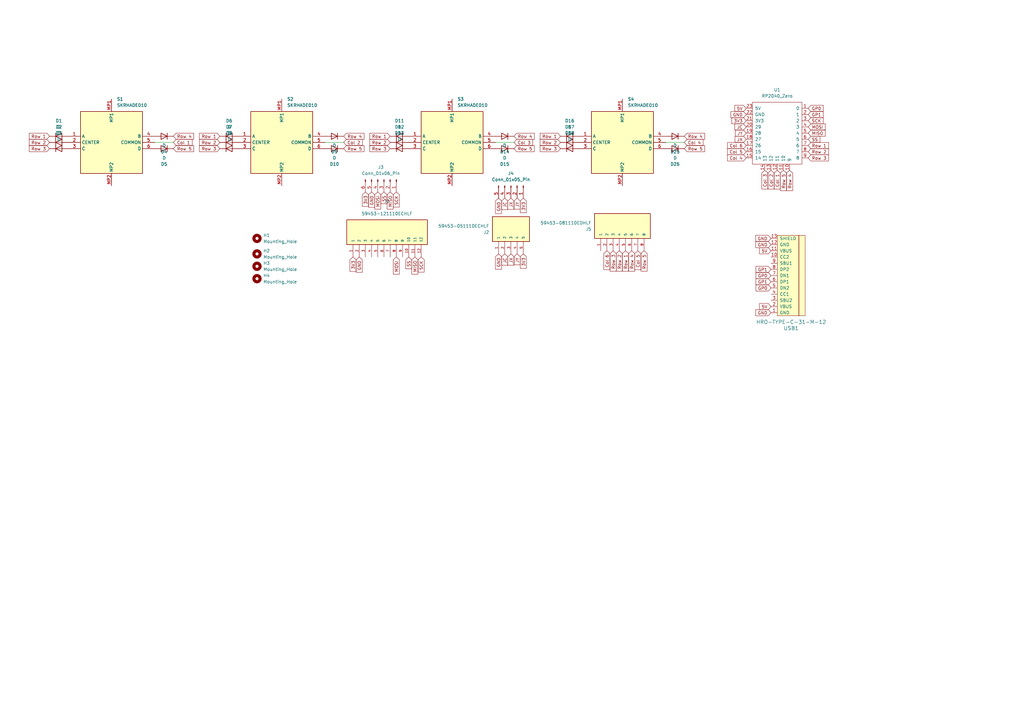
<source format=kicad_sch>
(kicad_sch (version 20231120) (generator "eeschema") (generator_version "8.99")
  (paper "A3")
  (lib_symbols
    (symbol "59453-051110ECHLF:59453-051110ECHLF" (pin_names (offset 1.016))
      (property "Reference" "J" (at -5.08 8.382 0))
      (property "Value" "59453-051110ECHLF" (at -5.08 -10.16 0))
      (symbol "59453-051110ECHLF_0_0"
        (rectangle (start -5.08 -7.62) (end 5.08 7.62) (stroke (width 0.254)) (fill (type background)))
        (pin passive line (at -10.16 5.08 0) (length 5.08) (name "1") (number "1"))
        (pin passive line (at -10.16 2.54 0) (length 5.08) (name "2") (number "2"))
        (pin passive line (at -10.16 0 0) (length 5.08) (name "3") (number "3"))
        (pin passive line (at -10.16 -2.54 0) (length 5.08) (name "4") (number "4"))
        (pin passive line (at -10.16 -5.08 0) (length 5.08) (name "5") (number "5"))
      )
    )
    (symbol "59453-081110EDHLF:59453-081110EDHLF" (pin_names (offset 1.016))
      (property "Reference" "J" (at -5.08 10.922 0))
      (property "Value" "59453-081110EDHLF" (at -5.08 -15.24 0))
      (symbol "59453-081110EDHLF_0_0"
        (rectangle (start -5.08 -12.7) (end 5.08 10.16) (stroke (width 0.254)) (fill (type background)))
        (pin passive line (at -10.16 7.62 0) (length 5.08) (name "1") (number "1"))
        (pin passive line (at -10.16 5.08 0) (length 5.08) (name "2") (number "2"))
        (pin passive line (at -10.16 2.54 0) (length 5.08) (name "3") (number "3"))
        (pin passive line (at -10.16 0 0) (length 5.08) (name "4") (number "4"))
        (pin passive line (at -10.16 -2.54 0) (length 5.08) (name "5") (number "5"))
        (pin passive line (at -10.16 -5.08 0) (length 5.08) (name "6") (number "6"))
        (pin passive line (at -10.16 -7.62 0) (length 5.08) (name "7") (number "7"))
        (pin passive line (at -10.16 -10.16 0) (length 5.08) (name "8") (number "8"))
      )
    )
    (symbol "59453-121110ECHLF:59453-121110ECHLF" (pin_names (offset 1.016))
      (property "Reference" "J" (at -5.08 17.78 0))
      (property "Value" "59453-121110ECHLF" (at -5.08 -20.32 0))
      (symbol "59453-121110ECHLF_0_0"
        (rectangle (start -5.08 -17.78) (end 5.08 15.24) (stroke (width 0.254)) (fill (type background)))
        (pin passive line (at -10.16 12.7 0) (length 5.08) (name "1") (number "1"))
        (pin passive line (at -10.16 -10.16 0) (length 5.08) (name "10") (number "10"))
        (pin passive line (at -10.16 -12.7 0) (length 5.08) (name "11") (number "11"))
        (pin passive line (at -10.16 -15.24 0) (length 5.08) (name "12") (number "12"))
        (pin passive line (at -10.16 10.16 0) (length 5.08) (name "2") (number "2"))
        (pin passive line (at -10.16 7.62 0) (length 5.08) (name "3") (number "3"))
        (pin passive line (at -10.16 5.08 0) (length 5.08) (name "4") (number "4"))
        (pin passive line (at -10.16 2.54 0) (length 5.08) (name "5") (number "5"))
        (pin passive line (at -10.16 0 0) (length 5.08) (name "6") (number "6"))
        (pin passive line (at -10.16 -2.54 0) (length 5.08) (name "7") (number "7"))
        (pin passive line (at -10.16 -5.08 0) (length 5.08) (name "8") (number "8"))
        (pin passive line (at -10.16 -7.62 0) (length 5.08) (name "9") (number "9"))
      )
    )
    (symbol "Connector:Conn_01x05_Pin" (pin_names (offset 1.016) hide)
      (property "Reference" "J" (at 0 7.62 0))
      (property "Value" "Conn_01x05_Pin" (at 0 -7.62 0))
      (symbol "Conn_01x05_Pin_1_1"
        (polyline (pts (xy 1.27 -5.08) (xy 0.8636 -5.08)) (stroke (width 0.1524)))
        (polyline (pts (xy 1.27 -2.54) (xy 0.8636 -2.54)) (stroke (width 0.1524)))
        (polyline (pts (xy 1.27 0) (xy 0.8636 0)) (stroke (width 0.1524)))
        (polyline (pts (xy 1.27 2.54) (xy 0.8636 2.54)) (stroke (width 0.1524)))
        (polyline (pts (xy 1.27 5.08) (xy 0.8636 5.08)) (stroke (width 0.1524)))
        (rectangle (start 0.8636 -4.953) (end 0 -5.207) (stroke (width 0.1524)) (fill (type outline)))
        (rectangle (start 0.8636 -2.413) (end 0 -2.667) (stroke (width 0.1524)) (fill (type outline)))
        (rectangle (start 0.8636 0.127) (end 0 -0.127) (stroke (width 0.1524)) (fill (type outline)))
        (rectangle (start 0.8636 2.667) (end 0 2.413) (stroke (width 0.1524)) (fill (type outline)))
        (rectangle (start 0.8636 5.207) (end 0 4.953) (stroke (width 0.1524)) (fill (type outline)))
        (pin passive line (at 5.08 5.08 180) (length 3.81) (name "Pin_1") (number "1"))
        (pin passive line (at 5.08 2.54 180) (length 3.81) (name "Pin_2") (number "2"))
        (pin passive line (at 5.08 0 180) (length 3.81) (name "Pin_3") (number "3"))
        (pin passive line (at 5.08 -2.54 180) (length 3.81) (name "Pin_4") (number "4"))
        (pin passive line (at 5.08 -5.08 180) (length 3.81) (name "Pin_5") (number "5"))
      )
    )
    (symbol "Connector:Conn_01x06_Pin" (pin_names (offset 1.016) hide)
      (property "Reference" "J" (at 0 7.62 0))
      (property "Value" "Conn_01x06_Pin" (at 0 -10.16 0))
      (symbol "Conn_01x06_Pin_1_1"
        (polyline (pts (xy 1.27 -7.62) (xy 0.8636 -7.62)) (stroke (width 0.1524)))
        (polyline (pts (xy 1.27 -5.08) (xy 0.8636 -5.08)) (stroke (width 0.1524)))
        (polyline (pts (xy 1.27 -2.54) (xy 0.8636 -2.54)) (stroke (width 0.1524)))
        (polyline (pts (xy 1.27 0) (xy 0.8636 0)) (stroke (width 0.1524)))
        (polyline (pts (xy 1.27 2.54) (xy 0.8636 2.54)) (stroke (width 0.1524)))
        (polyline (pts (xy 1.27 5.08) (xy 0.8636 5.08)) (stroke (width 0.1524)))
        (rectangle (start 0.8636 -7.493) (end 0 -7.747) (stroke (width 0.1524)) (fill (type outline)))
        (rectangle (start 0.8636 -4.953) (end 0 -5.207) (stroke (width 0.1524)) (fill (type outline)))
        (rectangle (start 0.8636 -2.413) (end 0 -2.667) (stroke (width 0.1524)) (fill (type outline)))
        (rectangle (start 0.8636 0.127) (end 0 -0.127) (stroke (width 0.1524)) (fill (type outline)))
        (rectangle (start 0.8636 2.667) (end 0 2.413) (stroke (width 0.1524)) (fill (type outline)))
        (rectangle (start 0.8636 5.207) (end 0 4.953) (stroke (width 0.1524)) (fill (type outline)))
        (pin passive line (at 5.08 5.08 180) (length 3.81) (name "Pin_1") (number "1"))
        (pin passive line (at 5.08 2.54 180) (length 3.81) (name "Pin_2") (number "2"))
        (pin passive line (at 5.08 0 180) (length 3.81) (name "Pin_3") (number "3"))
        (pin passive line (at 5.08 -2.54 180) (length 3.81) (name "Pin_4") (number "4"))
        (pin passive line (at 5.08 -5.08 180) (length 3.81) (name "Pin_5") (number "5"))
        (pin passive line (at 5.08 -7.62 180) (length 3.81) (name "Pin_6") (number "6"))
      )
    )
    (symbol "Device:D" (pin_numbers hide) (pin_names (offset 1.016) hide)
      (property "Reference" "D" (at 0 2.54 0))
      (property "Value" "D" (at 0 -2.54 0))
      (symbol "D_0_1"
        (polyline (pts (xy -1.27 1.27) (xy -1.27 -1.27)) (stroke (width 0.254)))
        (polyline (pts (xy 1.27 0) (xy -1.27 0)))
        (polyline (pts (xy 1.27 1.27) (xy 1.27 -1.27) (xy -1.27 0) (xy 1.27 1.27)) (stroke (width 0.254)))
      )
      (symbol "D_1_1"
        (pin passive line (at -3.81 0 0) (length 2.54) (name "K") (number "1"))
        (pin passive line (at 3.81 0 180) (length 2.54) (name "A") (number "2"))
      )
    )
    (symbol "SKRHADE010:SKRHADE010"
      (property "Reference" "S" (at 31.75 15.24 0))
      (property "Value" "SKRHADE010" (at 31.75 12.7 0))
      (symbol "SKRHADE010_1_1"
        (rectangle (start 5.08 10.16) (end 30.48 -15.24) (stroke (width 0.254)) (fill (type background)))
        (pin passive line (at 0 0 0) (length 5.08) (name "A") (number "1"))
        (pin passive line (at 0 -2.54 0) (length 5.08) (name "CENTER") (number "2"))
        (pin passive line (at 0 -5.08 0) (length 5.08) (name "C") (number "3"))
        (pin passive line (at 35.56 0 180) (length 5.08) (name "B") (number "4"))
        (pin passive line (at 35.56 -2.54 180) (length 5.08) (name "COMMON") (number "5"))
        (pin passive line (at 35.56 -5.08 180) (length 5.08) (name "D") (number "6"))
        (pin passive line (at 17.78 15.24 270) (length 5.08) (name "MP1") (number "MP1"))
        (pin passive line (at 17.78 -20.32 90) (length 5.08) (name "MP2") (number "MP2"))
      )
    )
    (symbol "ScottoKeebs:MCU_RP2040_Zero" (pin_names (offset 1.016))
      (property "Reference" "U" (at 0 15.24 0))
      (property "Value" "RP2040_Zero" (at 0 12.7 0))
      (symbol "MCU_RP2040_Zero_0_1"
        (rectangle (start -10.16 11.43) (end 10.16 -13.97))
      )
      (symbol "MCU_RP2040_Zero_1_1"
        (pin bidirectional line (at 12.7 8.89 180) (length 2.54) (name "0") (number "1"))
        (pin bidirectional line (at 5.08 -16.51 90) (length 2.54) (name "9") (number "10"))
        (pin bidirectional line (at 2.54 -16.51 90) (length 2.54) (name "10") (number "11"))
        (pin bidirectional line (at 0 -16.51 90) (length 2.54) (name "11") (number "12"))
        (pin bidirectional line (at -2.54 -16.51 90) (length 2.54) (name "12") (number "13"))
        (pin bidirectional line (at -5.08 -16.51 90) (length 2.54) (name "13") (number "14"))
        (pin bidirectional line (at -12.7 -11.43 0) (length 2.54) (name "14") (number "15"))
        (pin bidirectional line (at -12.7 -8.89 0) (length 2.54) (name "15") (number "16"))
        (pin bidirectional line (at -12.7 -6.35 0) (length 2.54) (name "26") (number "17"))
        (pin bidirectional line (at -12.7 -3.81 0) (length 2.54) (name "27") (number "18"))
        (pin bidirectional line (at -12.7 -1.27 0) (length 2.54) (name "28") (number "19"))
        (pin bidirectional line (at 12.7 6.35 180) (length 2.54) (name "1") (number "2"))
        (pin bidirectional line (at -12.7 1.27 0) (length 2.54) (name "29") (number "20"))
        (pin power_out line (at -12.7 3.81 0) (length 2.54) (name "3V3") (number "21"))
        (pin power_out line (at -12.7 6.35 0) (length 2.54) (name "GND") (number "22"))
        (pin power_out line (at -12.7 8.89 0) (length 2.54) (name "5V") (number "23"))
        (pin bidirectional line (at 12.7 3.81 180) (length 2.54) (name "2") (number "3"))
        (pin bidirectional line (at 12.7 1.27 180) (length 2.54) (name "3") (number "4"))
        (pin bidirectional line (at 12.7 -1.27 180) (length 2.54) (name "4") (number "5"))
        (pin bidirectional line (at 12.7 -3.81 180) (length 2.54) (name "5") (number "6"))
        (pin bidirectional line (at 12.7 -6.35 180) (length 2.54) (name "6") (number "7"))
        (pin bidirectional line (at 12.7 -8.89 180) (length 2.54) (name "7") (number "8"))
        (pin bidirectional line (at 12.7 -11.43 180) (length 2.54) (name "8") (number "9"))
      )
    )
    (symbol "ScottoKeebs:Placeholder_Mounting_Hole" (pin_names (offset 1.016))
      (property "Reference" "H" (at 0 5.08 0))
      (property "Value" "Mounting_Hole" (at 0 3.175 0))
      (symbol "Placeholder_Mounting_Hole_0_1"
        (circle (center 0 0) (radius 1.27) (stroke (width 1.27)))
      )
    )
    (symbol "USBType-C:HRO-TYPE-C-31-M-12" (pin_names (offset 1.016))
      (property "Reference" "USB" (at -5.08 16.51 0))
      (property "Value" "HRO-TYPE-C-31-M-12" (at -10.16 -1.27 90))
      (symbol "HRO-TYPE-C-31-M-12_0_1"
        (rectangle (start -11.43 15.24) (end -8.89 -17.78) (fill (type background)))
        (rectangle (start 0 -17.78) (end -8.89 15.24) (fill (type background)))
      )
      (symbol "HRO-TYPE-C-31-M-12_1_1"
        (pin input line (at 2.54 13.97 180) (length 2.54) (name "GND") (number "1"))
        (pin input line (at 2.54 -8.89 180) (length 2.54) (name "CC2") (number "10"))
        (pin input line (at 2.54 -11.43 180) (length 2.54) (name "VBUS") (number "11"))
        (pin input line (at 2.54 -13.97 180) (length 2.54) (name "GND") (number "12"))
        (pin input line (at 2.54 -16.51 180) (length 2.54) (name "SHIELD") (number "13"))
        (pin input line (at 2.54 11.43 180) (length 2.54) (name "VBUS") (number "2"))
        (pin input line (at 2.54 8.89 180) (length 2.54) (name "SBU2") (number "3"))
        (pin input line (at 2.54 6.35 180) (length 2.54) (name "CC1") (number "4"))
        (pin input line (at 2.54 3.81 180) (length 2.54) (name "DN2") (number "5"))
        (pin input line (at 2.54 1.27 180) (length 2.54) (name "DP1") (number "6"))
        (pin input line (at 2.54 -1.27 180) (length 2.54) (name "DN1") (number "7"))
        (pin input line (at 2.54 -3.81 180) (length 2.54) (name "DP2") (number "8"))
        (pin input line (at 2.54 -6.35 180) (length 2.54) (name "SBU1") (number "9"))
      )
    )
  )
  (wire (pts (xy 210.82 58.42) (xy 203.2 58.42)))
  (wire (pts (xy 280.67 58.42) (xy 273.05 58.42)))
  (wire (pts (xy 71.12 58.42) (xy 63.5 58.42)))
  (wire (pts (xy 140.97 58.42) (xy 133.35 58.42)))
  (global_label "Row 3" (shape input) (at 20.32 60.96 180) (property "Intersheetrefs" "${INTERSHEET_REFS}" (effects (hide yes))))
  (global_label "5V" (shape input) (at 306.07 44.45 180) (property "Intersheetrefs" "${INTERSHEET_REFS}" (effects (hide yes))))
  (global_label "3V3" (shape input) (at 214.63 104.14 270) (property "Intersheetrefs" "${INTERSHEET_REFS}" (effects (hide yes))))
  (global_label "Row 5" (shape input) (at 71.12 60.96 0) (property "Intersheetrefs" "${INTERSHEET_REFS}" (effects (hide yes))))
  (global_label "5V" (shape input) (at 316.23 102.87 180) (property "Intersheetrefs" "${INTERSHEET_REFS}" (effects (hide yes))))
  (global_label "Col 3" (shape input) (at 313.69 69.85 270) (property "Intersheetrefs" "${INTERSHEET_REFS}" (effects (hide yes))))
  (global_label "Row 4" (shape input) (at 140.97 55.88 0) (property "Intersheetrefs" "${INTERSHEET_REFS}" (effects (hide yes))))
  (global_label "Col 6" (shape input) (at 248.92 102.87 270) (property "Intersheetrefs" "${INTERSHEET_REFS}" (effects (hide yes))))
  (global_label "Row 2" (shape input) (at 20.32 58.42 180) (property "Intersheetrefs" "${INTERSHEET_REFS}" (effects (hide yes))))
  (global_label "Row 1" (shape input) (at 20.32 55.88 180) (property "Intersheetrefs" "${INTERSHEET_REFS}" (effects (hide yes))))
  (global_label "MOSI" (shape input) (at 154.94 78.74 270) (property "Intersheetrefs" "${INTERSHEET_REFS}" (effects (hide yes))))
  (global_label "JY" (shape input) (at 306.07 54.61 180) (property "Intersheetrefs" "${INTERSHEET_REFS}" (effects (hide yes))))
  (global_label "Col 5" (shape input) (at 306.07 62.23 180) (property "Intersheetrefs" "${INTERSHEET_REFS}" (effects (hide yes))))
  (global_label "Col 2" (shape input) (at 316.23 69.85 270) (property "Intersheetrefs" "${INTERSHEET_REFS}" (effects (hide yes))))
  (global_label "SCK" (shape input) (at 172.72 105.41 270) (property "Intersheetrefs" "${INTERSHEET_REFS}" (effects (hide yes))))
  (global_label "Row 1" (shape input) (at 256.54 102.87 270) (property "Intersheetrefs" "${INTERSHEET_REFS}" (effects (hide yes))))
  (global_label "Row 2" (shape input) (at 90.17 58.42 180) (property "Intersheetrefs" "${INTERSHEET_REFS}" (effects (hide yes))))
  (global_label "Row 1" (shape input) (at 90.17 55.88 180) (property "Intersheetrefs" "${INTERSHEET_REFS}" (effects (hide yes))))
  (global_label "Row 3" (shape input) (at 251.46 102.87 270) (property "Intersheetrefs" "${INTERSHEET_REFS}" (effects (hide yes))))
  (global_label "3V3" (shape input) (at 214.63 81.28 270) (property "Intersheetrefs" "${INTERSHEET_REFS}" (effects (hide yes))))
  (global_label "GND" (shape input) (at 316.23 128.27 180) (property "Intersheetrefs" "${INTERSHEET_REFS}" (effects (hide yes))))
  (global_label "Col 4" (shape input) (at 306.07 64.77 180) (property "Intersheetrefs" "${INTERSHEET_REFS}" (effects (hide yes))))
  (global_label "MISO" (shape input) (at 331.47 54.61 0) (property "Intersheetrefs" "${INTERSHEET_REFS}" (effects (hide yes))))
  (global_label "Row 2" (shape input) (at 229.87 58.42 180) (property "Intersheetrefs" "${INTERSHEET_REFS}" (effects (hide yes))))
  (global_label "GP0" (shape input) (at 316.23 113.03 180) (property "Intersheetrefs" "${INTERSHEET_REFS}" (effects (hide yes))))
  (global_label "Row 1" (shape input) (at 229.87 55.88 180) (property "Intersheetrefs" "${INTERSHEET_REFS}" (effects (hide yes))))
  (global_label "5V" (shape input) (at 316.23 125.73 180) (property "Intersheetrefs" "${INTERSHEET_REFS}" (effects (hide yes))))
  (global_label "Row 4" (shape input) (at 259.08 102.87 270) (property "Intersheetrefs" "${INTERSHEET_REFS}" (effects (hide yes))))
  (global_label "GND" (shape input) (at 316.23 100.33 180) (property "Intersheetrefs" "${INTERSHEET_REFS}" (effects (hide yes))))
  (global_label "Col 6" (shape input) (at 306.07 59.69 180) (property "Intersheetrefs" "${INTERSHEET_REFS}" (effects (hide yes))))
  (global_label "Col 1" (shape input) (at 318.77 69.85 270) (property "Intersheetrefs" "${INTERSHEET_REFS}" (effects (hide yes))))
  (global_label "Col 2" (shape input) (at 140.97 58.42 0) (property "Intersheetrefs" "${INTERSHEET_REFS}" (effects (hide yes))))
  (global_label "Row 2" (shape input) (at 160.02 58.42 180) (property "Intersheetrefs" "${INTERSHEET_REFS}" (effects (hide yes))))
  (global_label "SS" (shape input) (at 157.48 78.74 270) (property "Intersheetrefs" "${INTERSHEET_REFS}" (effects (hide yes))))
  (global_label "JC" (shape input) (at 306.07 52.07 180) (property "Intersheetrefs" "${INTERSHEET_REFS}" (effects (hide yes))))
  (global_label "JY" (shape input) (at 212.09 81.28 270) (property "Intersheetrefs" "${INTERSHEET_REFS}" (effects (hide yes))))
  (global_label "SCK" (shape input) (at 162.56 78.74 270) (property "Intersheetrefs" "${INTERSHEET_REFS}" (effects (hide yes))))
  (global_label "GND" (shape input) (at 316.23 97.79 180) (property "Intersheetrefs" "${INTERSHEET_REFS}" (effects (hide yes))))
  (global_label "GP1" (shape input) (at 316.23 115.57 180) (property "Intersheetrefs" "${INTERSHEET_REFS}" (effects (hide yes))))
  (global_label "GND" (shape input) (at 147.32 105.41 270) (property "Intersheetrefs" "${INTERSHEET_REFS}" (effects (hide yes))))
  (global_label "JC" (shape input) (at 207.01 104.14 270) (property "Intersheetrefs" "${INTERSHEET_REFS}" (effects (hide yes))))
  (global_label "Row 1" (shape input) (at 331.47 59.69 0) (property "Intersheetrefs" "${INTERSHEET_REFS}" (effects (hide yes))))
  (global_label "Row 4" (shape input) (at 71.12 55.88 0) (property "Intersheetrefs" "${INTERSHEET_REFS}" (effects (hide yes))))
  (global_label "GP0" (shape input) (at 316.23 118.11 180) (property "Intersheetrefs" "${INTERSHEET_REFS}" (effects (hide yes))))
  (global_label "JC" (shape input) (at 207.01 81.28 270) (property "Intersheetrefs" "${INTERSHEET_REFS}" (effects (hide yes))))
  (global_label "Col 1" (shape input) (at 71.12 58.42 0) (property "Intersheetrefs" "${INTERSHEET_REFS}" (effects (hide yes))))
  (global_label "JX" (shape input) (at 209.55 81.28 270) (property "Intersheetrefs" "${INTERSHEET_REFS}" (effects (hide yes))))
  (global_label "3V3" (shape input) (at 149.86 78.74 270) (property "Intersheetrefs" "${INTERSHEET_REFS}" (effects (hide yes))))
  (global_label "Row 5" (shape input) (at 264.16 102.87 270) (property "Intersheetrefs" "${INTERSHEET_REFS}" (effects (hide yes))))
  (global_label "3V3" (shape input) (at 144.78 105.41 270) (property "Intersheetrefs" "${INTERSHEET_REFS}" (effects (hide yes))))
  (global_label "MOSI" (shape input) (at 331.47 52.07 0) (property "Intersheetrefs" "${INTERSHEET_REFS}" (effects (hide yes))))
  (global_label "Row 3" (shape input) (at 160.02 60.96 180) (property "Intersheetrefs" "${INTERSHEET_REFS}" (effects (hide yes))))
  (global_label "Row 4" (shape input) (at 323.85 69.85 270) (property "Intersheetrefs" "${INTERSHEET_REFS}" (effects (hide yes))))
  (global_label "GND" (shape input) (at 204.47 81.28 270) (property "Intersheetrefs" "${INTERSHEET_REFS}" (effects (hide yes))))
  (global_label "JX" (shape input) (at 209.55 104.14 270) (property "Intersheetrefs" "${INTERSHEET_REFS}" (effects (hide yes))))
  (global_label "3V3" (shape input) (at 306.07 49.53 180) (property "Intersheetrefs" "${INTERSHEET_REFS}" (effects (hide yes))))
  (global_label "GP0" (shape input) (at 331.47 44.45 0) (property "Intersheetrefs" "${INTERSHEET_REFS}" (effects (hide yes))))
  (global_label "Row 5" (shape input) (at 140.97 60.96 0) (property "Intersheetrefs" "${INTERSHEET_REFS}" (effects (hide yes))))
  (global_label "MOSI" (shape input) (at 162.56 105.41 270) (property "Intersheetrefs" "${INTERSHEET_REFS}" (effects (hide yes))))
  (global_label "Row 2" (shape input) (at 254 102.87 270) (property "Intersheetrefs" "${INTERSHEET_REFS}" (effects (hide yes))))
  (global_label "Col 3" (shape input) (at 210.82 58.42 0) (property "Intersheetrefs" "${INTERSHEET_REFS}" (effects (hide yes))))
  (global_label "SCK" (shape input) (at 331.47 49.53 0) (property "Intersheetrefs" "${INTERSHEET_REFS}" (effects (hide yes))))
  (global_label "JY" (shape input) (at 212.09 104.14 270) (property "Intersheetrefs" "${INTERSHEET_REFS}" (effects (hide yes))))
  (global_label "GND" (shape input) (at 152.4 78.74 270) (property "Intersheetrefs" "${INTERSHEET_REFS}" (effects (hide yes))))
  (global_label "MISO" (shape input) (at 160.02 78.74 270) (property "Intersheetrefs" "${INTERSHEET_REFS}" (effects (hide yes))))
  (global_label "SS" (shape input) (at 331.47 57.15 0) (property "Intersheetrefs" "${INTERSHEET_REFS}" (effects (hide yes))))
  (global_label "Col 5" (shape input) (at 261.62 102.87 270) (property "Intersheetrefs" "${INTERSHEET_REFS}" (effects (hide yes))))
  (global_label "Row 3" (shape input) (at 229.87 60.96 180) (property "Intersheetrefs" "${INTERSHEET_REFS}" (effects (hide yes))))
  (global_label "JX" (shape input) (at 306.07 57.15 180) (property "Intersheetrefs" "${INTERSHEET_REFS}" (effects (hide yes))))
  (global_label "Row 3" (shape input) (at 90.17 60.96 180) (property "Intersheetrefs" "${INTERSHEET_REFS}" (effects (hide yes))))
  (global_label "GP1" (shape input) (at 316.23 110.49 180) (property "Intersheetrefs" "${INTERSHEET_REFS}" (effects (hide yes))))
  (global_label "Row 5" (shape input) (at 280.67 60.96 0) (property "Intersheetrefs" "${INTERSHEET_REFS}" (effects (hide yes))))
  (global_label "Col 4" (shape input) (at 280.67 58.42 0) (property "Intersheetrefs" "${INTERSHEET_REFS}" (effects (hide yes))))
  (global_label "Row 1" (shape input) (at 160.02 55.88 180) (property "Intersheetrefs" "${INTERSHEET_REFS}" (effects (hide yes))))
  (global_label "Row 2" (shape input) (at 331.47 62.23 0) (property "Intersheetrefs" "${INTERSHEET_REFS}" (effects (hide yes))))
  (global_label "Row 5" (shape input) (at 321.31 69.85 270) (property "Intersheetrefs" "${INTERSHEET_REFS}" (effects (hide yes))))
  (global_label "Row 5" (shape input) (at 210.82 60.96 0) (property "Intersheetrefs" "${INTERSHEET_REFS}" (effects (hide yes))))
  (global_label "Row 4" (shape input) (at 280.67 55.88 0) (property "Intersheetrefs" "${INTERSHEET_REFS}" (effects (hide yes))))
  (global_label "Row 3" (shape input) (at 331.47 64.77 0) (property "Intersheetrefs" "${INTERSHEET_REFS}" (effects (hide yes))))
  (global_label "MISO" (shape input) (at 170.18 105.41 270) (property "Intersheetrefs" "${INTERSHEET_REFS}" (effects (hide yes))))
  (global_label "GP1" (shape input) (at 331.47 46.99 0) (property "Intersheetrefs" "${INTERSHEET_REFS}" (effects (hide yes))))
  (global_label "SS" (shape input) (at 167.64 105.41 270) (property "Intersheetrefs" "${INTERSHEET_REFS}" (effects (hide yes))))
  (global_label "GND" (shape input) (at 306.07 46.99 180) (property "Intersheetrefs" "${INTERSHEET_REFS}" (effects (hide yes))))
  (global_label "GND" (shape input) (at 204.47 104.14 270) (property "Intersheetrefs" "${INTERSHEET_REFS}" (effects (hide yes))))
  (global_label "Row 4" (shape input) (at 210.82 55.88 0) (property "Intersheetrefs" "${INTERSHEET_REFS}" (effects (hide yes))))
  (symbol (lib_id "Device:D") (at 233.68 58.42 0) (unit 1)
    (property "Reference" "D17" (at 233.68 52.07 0))
    (property "Value" "D" (at 233.68 54.61 0))
    (property "Footprint" "ScottoKeebs_Components:Diode_SOD-123" (effects (hide yes)))
    (property "Description" "Diode" (effects (hide yes)))
    (property "Sim.Device" "D" (effects (hide yes)))
    (property "Sim.Pins" "1=K 2=A" (effects (hide yes)))
  )
  (symbol (lib_id "Device:D") (at 67.31 60.96 180) (unit 1)
    (property "Reference" "D5" (at 67.31 67.31 0))
    (property "Value" "D" (at 67.31 64.77 0))
    (property "Footprint" "ScottoKeebs_Components:Diode_SOD-123" (effects (hide yes)))
    (property "Description" "Diode" (effects (hide yes)))
    (property "Sim.Device" "D" (effects (hide yes)))
    (property "Sim.Pins" "1=K 2=A" (effects (hide yes)))
  )
  (symbol (lib_id "SKRHADE010:SKRHADE010") (at 27.94 55.88 0) (unit 1)
    (property "Reference" "S1" (at 47.9141 40.64 0) (effects (justify left)))
    (property "Value" "SKRHADE010" (at 47.9141 43.18 0) (effects (justify left)))
    (property "Footprint" "footprints:SKRHADE010" (effects (hide yes)))
    (property "Datasheet" "http://uk.rs-online.com/web/p/products/1239637" (effects (hide yes)))
    (property "Description" "Multi-Directional Switches 4-directn cntr push w/ boss 500K cycles" (effects (hide yes)))
    (property "Height" "5" (effects (hide yes)))
    (property "Manufacturer_Name" "ALPS Electric" (effects (hide yes)))
    (property "Manufacturer_Part_Number" "SKRHADE010" (effects (hide yes)))
    (property "Mouser Part Number" "688-SKRHAD" (effects (hide yes)))
    (property "Mouser Price/Stock" "https://www.mouser.co.uk/ProductDetail/Alps-Alpine/SKRHADE010?qs=seHrhfPpLDxlAi0Di%252BJD5Q%3D%3D" (effects (hide yes)))
  )
  (symbol (lib_id "Device:D") (at 276.86 55.88 180) (unit 1)
    (property "Reference" "D25" (at 276.86 62.23 0))
    (property "Value" "D" (at 276.86 59.69 0))
    (property "Footprint" "ScottoKeebs_Components:Diode_SOD-123" (effects (hide yes)))
    (property "Description" "Diode" (effects (hide yes)))
    (property "Sim.Device" "D" (effects (hide yes)))
    (property "Sim.Pins" "1=K 2=A" (effects (hide yes)))
  )
  (symbol (lib_id "ScottoKeebs:Placeholder_Mounting_Hole") (at 105.41 97.79 0) (unit 1)
    (property "Reference" "H1" (at 107.95 96.5199 0) (effects (justify left)))
    (property "Value" "Mounting_Hole" (at 107.95 99.0599 0) (effects (justify left)))
    (property "Footprint" "footprints:MountingHole_2.2mm_M2_Pad_Via" (effects (hide yes)))
    (property "Description" "Mounting Hole without connection" (effects (hide yes)))
  )
  (symbol (lib_id "Device:D") (at 93.98 60.96 0) (unit 1)
    (property "Reference" "D8" (at 93.98 54.61 0))
    (property "Value" "D" (at 93.98 57.15 0))
    (property "Footprint" "ScottoKeebs_Components:Diode_SOD-123" (effects (hide yes)))
    (property "Description" "Diode" (effects (hide yes)))
    (property "Sim.Device" "D" (effects (hide yes)))
    (property "Sim.Pins" "1=K 2=A" (effects (hide yes)))
  )
  (symbol (lib_id "Device:D") (at 163.83 58.42 0) (unit 1)
    (property "Reference" "D12" (at 163.83 52.07 0))
    (property "Value" "D" (at 163.83 54.61 0))
    (property "Footprint" "ScottoKeebs_Components:Diode_SOD-123" (effects (hide yes)))
    (property "Description" "Diode" (effects (hide yes)))
    (property "Sim.Device" "D" (effects (hide yes)))
    (property "Sim.Pins" "1=K 2=A" (effects (hide yes)))
  )
  (symbol (lib_id "ScottoKeebs:Placeholder_Mounting_Hole") (at 105.41 114.3 0) (unit 1)
    (property "Reference" "H4" (at 107.95 113.0299 0) (effects (justify left)))
    (property "Value" "Mounting_Hole" (at 107.95 115.5699 0) (effects (justify left)))
    (property "Footprint" "footprints:MountingHole_2.2mm_M2_Pad_Via" (effects (hide yes)))
    (property "Description" "Mounting Hole without connection" (effects (hide yes)))
  )
  (symbol (lib_id "SKRHADE010:SKRHADE010") (at 97.79 55.88 0) (unit 1)
    (property "Reference" "S2" (at 117.7641 40.64 0) (effects (justify left)))
    (property "Value" "SKRHADE010" (at 117.7641 43.18 0) (effects (justify left)))
    (property "Footprint" "footprints:SKRHADE010" (effects (hide yes)))
    (property "Datasheet" "http://uk.rs-online.com/web/p/products/1239637" (effects (hide yes)))
    (property "Description" "Multi-Directional Switches 4-directn cntr push w/ boss 500K cycles" (effects (hide yes)))
    (property "Height" "5" (effects (hide yes)))
    (property "Manufacturer_Name" "ALPS Electric" (effects (hide yes)))
    (property "Manufacturer_Part_Number" "SKRHADE010" (effects (hide yes)))
    (property "Mouser Part Number" "688-SKRHAD" (effects (hide yes)))
    (property "Mouser Price/Stock" "https://www.mouser.co.uk/ProductDetail/Alps-Alpine/SKRHADE010?qs=seHrhfPpLDxlAi0Di%252BJD5Q%3D%3D" (effects (hide yes)))
  )
  (symbol (lib_id "Device:D") (at 24.13 58.42 0) (unit 1)
    (property "Reference" "D2" (at 24.13 52.07 0))
    (property "Value" "D" (at 24.13 54.61 0))
    (property "Footprint" "ScottoKeebs_Components:Diode_SOD-123" (effects (hide yes)))
    (property "Description" "Diode" (effects (hide yes)))
    (property "Sim.Device" "D" (effects (hide yes)))
    (property "Sim.Pins" "1=K 2=A" (effects (hide yes)))
  )
  (symbol (lib_id "Device:D") (at 163.83 60.96 0) (unit 1)
    (property "Reference" "D13" (at 163.83 54.61 0))
    (property "Value" "D" (at 163.83 57.15 0))
    (property "Footprint" "ScottoKeebs_Components:Diode_SOD-123" (effects (hide yes)))
    (property "Description" "Diode" (effects (hide yes)))
    (property "Sim.Device" "D" (effects (hide yes)))
    (property "Sim.Pins" "1=K 2=A" (effects (hide yes)))
  )
  (symbol (lib_id "Device:D") (at 207.01 60.96 180) (unit 1)
    (property "Reference" "D15" (at 207.01 67.31 0))
    (property "Value" "D" (at 207.01 64.77 0))
    (property "Footprint" "ScottoKeebs_Components:Diode_SOD-123" (effects (hide yes)))
    (property "Description" "Diode" (effects (hide yes)))
    (property "Sim.Device" "D" (effects (hide yes)))
    (property "Sim.Pins" "1=K 2=A" (effects (hide yes)))
  )
  (symbol (lib_id "ScottoKeebs:Placeholder_Mounting_Hole") (at 105.41 109.22 0) (unit 1)
    (property "Reference" "H3" (at 107.95 107.9499 0) (effects (justify left)))
    (property "Value" "Mounting_Hole" (at 107.95 110.4899 0) (effects (justify left)))
    (property "Footprint" "footprints:MountingHole_2.2mm_M2_Pad_Via" (effects (hide yes)))
    (property "Description" "Mounting Hole without connection" (effects (hide yes)))
  )
  (symbol (lib_id "Device:D") (at 67.31 55.88 180) (unit 1)
    (property "Reference" "D4" (at 67.31 62.23 0))
    (property "Value" "D" (at 67.31 59.69 0))
    (property "Footprint" "ScottoKeebs_Components:Diode_SOD-123" (effects (hide yes)))
    (property "Description" "Diode" (effects (hide yes)))
    (property "Sim.Device" "D" (effects (hide yes)))
    (property "Sim.Pins" "1=K 2=A" (effects (hide yes)))
  )
  (symbol (lib_id "SKRHADE010:SKRHADE010") (at 167.64 55.88 0) (unit 1)
    (property "Reference" "S3" (at 187.6141 40.64 0) (effects (justify left)))
    (property "Value" "SKRHADE010" (at 187.6141 43.18 0) (effects (justify left)))
    (property "Footprint" "footprints:SKRHADE010" (effects (hide yes)))
    (property "Datasheet" "http://uk.rs-online.com/web/p/products/1239637" (effects (hide yes)))
    (property "Description" "Multi-Directional Switches 4-directn cntr push w/ boss 500K cycles" (effects (hide yes)))
    (property "Height" "5" (effects (hide yes)))
    (property "Manufacturer_Name" "ALPS Electric" (effects (hide yes)))
    (property "Manufacturer_Part_Number" "SKRHADE010" (effects (hide yes)))
    (property "Mouser Part Number" "688-SKRHAD" (effects (hide yes)))
    (property "Mouser Price/Stock" "https://www.mouser.co.uk/ProductDetail/Alps-Alpine/SKRHADE010?qs=seHrhfPpLDxlAi0Di%252BJD5Q%3D%3D" (effects (hide yes)))
  )
  (symbol (lib_id "USBType-C:HRO-TYPE-C-31-M-12") (at 318.77 114.3 180) (unit 1)
    (property "Reference" "USB1" (at 324.485 134.62 0) (effects (font (size 1.524 1.524))))
    (property "Value" "HRO-TYPE-C-31-M-12" (at 324.485 132.08 0) (effects (font (size 1.524 1.524))))
    (property "Footprint" "footprints:HRO-TYPE-C-31-M-12" (effects (hide yes)))
  )
  (symbol (lib_id "ScottoKeebs:MCU_RP2040_Zero") (at 318.77 53.34 0) (unit 1)
    (property "Reference" "U1" (at 318.77 36.83 0))
    (property "Value" "RP2040_Zero" (at 318.77 39.37 0))
    (property "Footprint" "ScottoKeebs_MCU:RP2040_Zero" (effects (hide yes)))
  )
  (symbol (lib_id "Device:D") (at 163.83 55.88 0) (unit 1)
    (property "Reference" "D11" (at 163.83 49.53 0))
    (property "Value" "D" (at 163.83 52.07 0))
    (property "Footprint" "ScottoKeebs_Components:Diode_SOD-123" (effects (hide yes)))
    (property "Description" "Diode" (effects (hide yes)))
    (property "Sim.Device" "D" (effects (hide yes)))
    (property "Sim.Pins" "1=K 2=A" (effects (hide yes)))
  )
  (symbol (lib_id "Connector:Conn_01x05_Pin") (at 209.55 76.2 270) (unit 1)
    (property "Reference" "J4" (at 209.55 71.12 90))
    (property "Value" "Conn_01x05_Pin" (at 209.55 73.66 90))
    (property "Footprint" "footprints:Joystick-connector" (effects (hide yes)))
    (property "Description" "Generic connector, single row, 01x05, script generated" (effects (hide yes)))
  )
  (symbol (lib_id "Device:D") (at 24.13 60.96 0) (unit 1)
    (property "Reference" "D3" (at 24.13 54.61 0))
    (property "Value" "D" (at 24.13 57.15 0))
    (property "Footprint" "ScottoKeebs_Components:Diode_SOD-123" (effects (hide yes)))
    (property "Description" "Diode" (effects (hide yes)))
    (property "Sim.Device" "D" (effects (hide yes)))
    (property "Sim.Pins" "1=K 2=A" (effects (hide yes)))
  )
  (symbol (lib_id "SKRHADE010:SKRHADE010") (at 237.49 55.88 0) (unit 1)
    (property "Reference" "S4" (at 257.4641 40.64 0) (effects (justify left)))
    (property "Value" "SKRHADE010" (at 257.4641 43.18 0) (effects (justify left)))
    (property "Footprint" "footprints:SKRHADE010" (effects (hide yes)))
    (property "Datasheet" "http://uk.rs-online.com/web/p/products/1239637" (effects (hide yes)))
    (property "Description" "Multi-Directional Switches 4-directn cntr push w/ boss 500K cycles" (effects (hide yes)))
    (property "Height" "5" (effects (hide yes)))
    (property "Manufacturer_Name" "ALPS Electric" (effects (hide yes)))
    (property "Manufacturer_Part_Number" "SKRHADE010" (effects (hide yes)))
    (property "Mouser Part Number" "688-SKRHAD" (effects (hide yes)))
    (property "Mouser Price/Stock" "https://www.mouser.co.uk/ProductDetail/Alps-Alpine/SKRHADE010?qs=seHrhfPpLDxlAi0Di%252BJD5Q%3D%3D" (effects (hide yes)))
  )
  (symbol (lib_id "ScottoKeebs:Placeholder_Mounting_Hole") (at 105.41 104.14 0) (unit 1)
    (property "Reference" "H2" (at 107.95 102.8699 0) (effects (justify left)))
    (property "Value" "Mounting_Hole" (at 107.95 105.4099 0) (effects (justify left)))
    (property "Footprint" "footprints:MountingHole_2.2mm_M2_Pad_Via" (effects (hide yes)))
    (property "Description" "Mounting Hole without connection" (effects (hide yes)))
  )
  (symbol (lib_id "Device:D") (at 276.86 60.96 180) (unit 1)
    (property "Reference" "D26" (at 276.86 67.31 0))
    (property "Value" "D" (at 276.86 64.77 0))
    (property "Footprint" "ScottoKeebs_Components:Diode_SOD-123" (effects (hide yes)))
    (property "Description" "Diode" (effects (hide yes)))
    (property "Sim.Device" "D" (effects (hide yes)))
    (property "Sim.Pins" "1=K 2=A" (effects (hide yes)))
  )
  (symbol (lib_id "Device:D") (at 24.13 55.88 0) (unit 1)
    (property "Reference" "D1" (at 24.13 49.53 0))
    (property "Value" "D" (at 24.13 52.07 0))
    (property "Footprint" "ScottoKeebs_Components:Diode_SOD-123" (effects (hide yes)))
    (property "Description" "Diode" (effects (hide yes)))
    (property "Sim.Device" "D" (effects (hide yes)))
    (property "Sim.Pins" "1=K 2=A" (effects (hide yes)))
  )
  (symbol (lib_id "Device:D") (at 207.01 55.88 180) (unit 1)
    (property "Reference" "D14" (at 207.01 62.23 0))
    (property "Value" "D" (at 207.01 59.69 0))
    (property "Footprint" "ScottoKeebs_Components:Diode_SOD-123" (effects (hide yes)))
    (property "Description" "Diode" (effects (hide yes)))
    (property "Sim.Device" "D" (effects (hide yes)))
    (property "Sim.Pins" "1=K 2=A" (effects (hide yes)))
  )
  (symbol (lib_id "59453-051110ECHLF:59453-051110ECHLF") (at 209.55 93.98 90) (unit 1)
    (property "Reference" "J2" (at 200.66 95.2501 90) (effects (justify left)))
    (property "Value" "59453-051110ECHLF" (at 200.66 92.7101 90) (effects (justify left)))
    (property "Footprint" "footprints:AMPHENOL_59453-051110ECHLF" (effects (hide yes)))
    (property "PARTREV" "A" (effects (hide yes)))
    (property "STANDARD" "Manufacturer Recommendations" (effects (hide yes)))
    (property "SNAPEDA_PN" "59453-051110ECHLF" (effects (hide yes)))
    (property "MAXIMUM_PACKAGE_HEIGHT" "3.00mm" (effects (hide yes)))
    (property "MANUFACTURER" "Amphenol" (effects (hide yes)))
  )
  (symbol (lib_id "Device:D") (at 93.98 58.42 0) (unit 1)
    (property "Reference" "D7" (at 93.98 52.07 0))
    (property "Value" "D" (at 93.98 54.61 0))
    (property "Footprint" "ScottoKeebs_Components:Diode_SOD-123" (effects (hide yes)))
    (property "Description" "Diode" (effects (hide yes)))
    (property "Sim.Device" "D" (effects (hide yes)))
    (property "Sim.Pins" "1=K 2=A" (effects (hide yes)))
  )
  (symbol (lib_id "Device:D") (at 137.16 55.88 180) (unit 1)
    (property "Reference" "D9" (at 137.16 62.23 0))
    (property "Value" "D" (at 137.16 59.69 0))
    (property "Footprint" "ScottoKeebs_Components:Diode_SOD-123" (effects (hide yes)))
    (property "Description" "Diode" (effects (hide yes)))
    (property "Sim.Device" "D" (effects (hide yes)))
    (property "Sim.Pins" "1=K 2=A" (effects (hide yes)))
  )
  (symbol (lib_id "Device:D") (at 233.68 60.96 0) (unit 1)
    (property "Reference" "D18" (at 233.68 54.61 0))
    (property "Value" "D" (at 233.68 57.15 0))
    (property "Footprint" "ScottoKeebs_Components:Diode_SOD-123" (effects (hide yes)))
    (property "Description" "Diode" (effects (hide yes)))
    (property "Sim.Device" "D" (effects (hide yes)))
    (property "Sim.Pins" "1=K 2=A" (effects (hide yes)))
  )
  (symbol (lib_id "59453-081110EDHLF:59453-081110EDHLF") (at 254 92.71 90) (unit 1)
    (property "Reference" "J5" (at 242.57 93.9801 90) (effects (justify left)))
    (property "Value" "59453-081110EDHLF" (at 242.57 91.4401 90) (effects (justify left)))
    (property "Footprint" "footprints:AMPHENOL_59453-081110EDHLF" (effects (hide yes)))
    (property "PARTREV" "D" (effects (hide yes)))
    (property "STANDARD" "Manufacturer Recommendations" (effects (hide yes)))
    (property "MAXIMUM_PACKAGE_HEIGHT" "3.00mm" (effects (hide yes)))
    (property "MANUFACTURER" "Amphenol" (effects (hide yes)))
  )
  (symbol (lib_id "Connector:Conn_01x06_Pin") (at 157.48 73.66 270) (unit 1)
    (property "Reference" "J3" (at 156.21 68.58 90))
    (property "Value" "Conn_01x06_Pin" (at 156.21 71.12 90))
    (property "Footprint" "footprints:Pointing-connector" (effects (hide yes)))
    (property "Description" "Generic connector, single row, 01x06, script generated" (effects (hide yes)))
  )
  (symbol (lib_id "Device:D") (at 93.98 55.88 0) (unit 1)
    (property "Reference" "D6" (at 93.98 49.53 0))
    (property "Value" "D" (at 93.98 52.07 0))
    (property "Footprint" "ScottoKeebs_Components:Diode_SOD-123" (effects (hide yes)))
    (property "Description" "Diode" (effects (hide yes)))
    (property "Sim.Device" "D" (effects (hide yes)))
    (property "Sim.Pins" "1=K 2=A" (effects (hide yes)))
  )
  (symbol (lib_id "Device:D") (at 233.68 55.88 0) (unit 1)
    (property "Reference" "D16" (at 233.68 49.53 0))
    (property "Value" "D" (at 233.68 52.07 0))
    (property "Footprint" "ScottoKeebs_Components:Diode_SOD-123" (effects (hide yes)))
    (property "Description" "Diode" (effects (hide yes)))
    (property "Sim.Device" "D" (effects (hide yes)))
    (property "Sim.Pins" "1=K 2=A" (effects (hide yes)))
  )
  (symbol (lib_id "Device:D") (at 137.16 60.96 180) (unit 1)
    (property "Reference" "D10" (at 137.16 67.31 0))
    (property "Value" "D" (at 137.16 64.77 0))
    (property "Footprint" "ScottoKeebs_Components:Diode_SOD-123" (effects (hide yes)))
    (property "Description" "Diode" (effects (hide yes)))
    (property "Sim.Device" "D" (effects (hide yes)))
    (property "Sim.Pins" "1=K 2=A" (effects (hide yes)))
  )
  (symbol (lib_id "59453-121110ECHLF:59453-121110ECHLF") (at 157.48 95.25 90) (unit 1)
    (property "Reference" "J1" (at 158.75 82.55 90))
    (property "Value" "59453-121110ECHLF" (at 158.75 87.63 90))
    (property "Footprint" "footprints:AMPHENOL_59453-121110ECHLF" (effects (hide yes)))
    (property "PARTREV" "A" (effects (hide yes)))
    (property "STANDARD" "Manufacturer Recommendations" (effects (hide yes)))
    (property "SNAPEDA_PN" "59453-121110ECHLF" (effects (hide yes)))
    (property "MAXIMUM_PACKAGE_HEIGHT" "3mm" (effects (hide yes)))
    (property "MANUFACTURER" "Amphenol ICC" (effects (hide yes)))
  )
)
</source>
